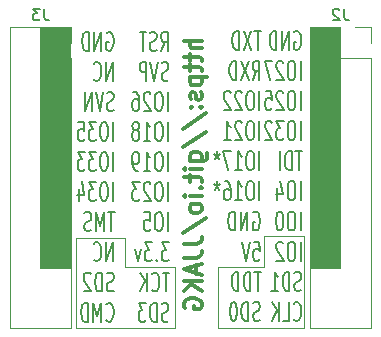
<source format=gbr>
%TF.GenerationSoftware,KiCad,Pcbnew,(5.1.6-0-10_14)*%
%TF.CreationDate,2020-08-20T11:34:32+02:00*%
%TF.ProjectId,USBCWrover,55534243-5772-46f7-9665-722e6b696361,rev?*%
%TF.SameCoordinates,Original*%
%TF.FileFunction,Legend,Bot*%
%TF.FilePolarity,Positive*%
%FSLAX46Y46*%
G04 Gerber Fmt 4.6, Leading zero omitted, Abs format (unit mm)*
G04 Created by KiCad (PCBNEW (5.1.6-0-10_14)) date 2020-08-20 11:34:32*
%MOMM*%
%LPD*%
G01*
G04 APERTURE LIST*
%ADD10C,0.120000*%
%ADD11C,0.100000*%
%ADD12C,0.150000*%
%ADD13C,0.300000*%
G04 APERTURE END LIST*
D10*
X150622000Y-130873500D02*
X150558500Y-130873500D01*
X150622000Y-123063000D02*
X150622000Y-130873500D01*
X147193000Y-123063000D02*
X150622000Y-123063000D01*
X147193000Y-125666500D02*
X147193000Y-123063000D01*
X143319500Y-125666500D02*
X147193000Y-125666500D01*
X143319500Y-130873500D02*
X143319500Y-125666500D01*
X150558500Y-130873500D02*
X143319500Y-130873500D01*
X131318000Y-123190000D02*
X131318000Y-130873500D01*
X135445500Y-123190000D02*
X131318000Y-123190000D01*
X135445500Y-125666500D02*
X135445500Y-123190000D01*
X139700000Y-125666500D02*
X135445500Y-125666500D01*
X139700000Y-130873500D02*
X139700000Y-125666500D01*
X131381500Y-130873500D02*
X139700000Y-130873500D01*
D11*
G36*
X153670000Y-125730000D02*
G01*
X151070000Y-125730000D01*
X151070000Y-105350000D01*
X153670000Y-105350000D01*
X153670000Y-125730000D01*
G37*
X153670000Y-125730000D02*
X151070000Y-125730000D01*
X151070000Y-105350000D01*
X153670000Y-105350000D01*
X153670000Y-125730000D01*
G36*
X130810000Y-125730000D02*
G01*
X128270000Y-125730000D01*
X128270000Y-105350000D01*
X130810000Y-105350000D01*
X130810000Y-125730000D01*
G37*
X130810000Y-125730000D02*
X128270000Y-125730000D01*
X128270000Y-105350000D01*
X130810000Y-105350000D01*
X130810000Y-125730000D01*
D12*
X146936761Y-105695309D02*
X146365333Y-105695309D01*
X146651047Y-107295309D02*
X146651047Y-105695309D01*
X146127238Y-105695309D02*
X145460571Y-107295309D01*
X145460571Y-105695309D02*
X146127238Y-107295309D01*
X145079619Y-107295309D02*
X145079619Y-105695309D01*
X144841523Y-105695309D01*
X144698666Y-105771500D01*
X144603428Y-105923880D01*
X144555809Y-106076261D01*
X144508190Y-106381023D01*
X144508190Y-106609595D01*
X144555809Y-106914357D01*
X144603428Y-107066738D01*
X144698666Y-107219119D01*
X144841523Y-107295309D01*
X145079619Y-107295309D01*
X146222476Y-109845309D02*
X146555809Y-109083404D01*
X146793904Y-109845309D02*
X146793904Y-108245309D01*
X146412952Y-108245309D01*
X146317714Y-108321500D01*
X146270095Y-108397690D01*
X146222476Y-108550071D01*
X146222476Y-108778642D01*
X146270095Y-108931023D01*
X146317714Y-109007214D01*
X146412952Y-109083404D01*
X146793904Y-109083404D01*
X145889142Y-108245309D02*
X145222476Y-109845309D01*
X145222476Y-108245309D02*
X145889142Y-109845309D01*
X144841523Y-109845309D02*
X144841523Y-108245309D01*
X144603428Y-108245309D01*
X144460571Y-108321500D01*
X144365333Y-108473880D01*
X144317714Y-108626261D01*
X144270095Y-108931023D01*
X144270095Y-109159595D01*
X144317714Y-109464357D01*
X144365333Y-109616738D01*
X144460571Y-109769119D01*
X144603428Y-109845309D01*
X144841523Y-109845309D01*
X146793904Y-112395309D02*
X146793904Y-110795309D01*
X146127238Y-110795309D02*
X145936761Y-110795309D01*
X145841523Y-110871500D01*
X145746285Y-111023880D01*
X145698666Y-111328642D01*
X145698666Y-111861976D01*
X145746285Y-112166738D01*
X145841523Y-112319119D01*
X145936761Y-112395309D01*
X146127238Y-112395309D01*
X146222476Y-112319119D01*
X146317714Y-112166738D01*
X146365333Y-111861976D01*
X146365333Y-111328642D01*
X146317714Y-111023880D01*
X146222476Y-110871500D01*
X146127238Y-110795309D01*
X145317714Y-110947690D02*
X145270095Y-110871500D01*
X145174857Y-110795309D01*
X144936761Y-110795309D01*
X144841523Y-110871500D01*
X144793904Y-110947690D01*
X144746285Y-111100071D01*
X144746285Y-111252452D01*
X144793904Y-111481023D01*
X145365333Y-112395309D01*
X144746285Y-112395309D01*
X144365333Y-110947690D02*
X144317714Y-110871500D01*
X144222476Y-110795309D01*
X143984380Y-110795309D01*
X143889142Y-110871500D01*
X143841523Y-110947690D01*
X143793904Y-111100071D01*
X143793904Y-111252452D01*
X143841523Y-111481023D01*
X144412952Y-112395309D01*
X143793904Y-112395309D01*
X146793904Y-114945309D02*
X146793904Y-113345309D01*
X146127238Y-113345309D02*
X145936761Y-113345309D01*
X145841523Y-113421500D01*
X145746285Y-113573880D01*
X145698666Y-113878642D01*
X145698666Y-114411976D01*
X145746285Y-114716738D01*
X145841523Y-114869119D01*
X145936761Y-114945309D01*
X146127238Y-114945309D01*
X146222476Y-114869119D01*
X146317714Y-114716738D01*
X146365333Y-114411976D01*
X146365333Y-113878642D01*
X146317714Y-113573880D01*
X146222476Y-113421500D01*
X146127238Y-113345309D01*
X145317714Y-113497690D02*
X145270095Y-113421500D01*
X145174857Y-113345309D01*
X144936761Y-113345309D01*
X144841523Y-113421500D01*
X144793904Y-113497690D01*
X144746285Y-113650071D01*
X144746285Y-113802452D01*
X144793904Y-114031023D01*
X145365333Y-114945309D01*
X144746285Y-114945309D01*
X143793904Y-114945309D02*
X144365333Y-114945309D01*
X144079619Y-114945309D02*
X144079619Y-113345309D01*
X144174857Y-113573880D01*
X144270095Y-113726261D01*
X144365333Y-113802452D01*
X146793904Y-117495309D02*
X146793904Y-115895309D01*
X146127238Y-115895309D02*
X145936761Y-115895309D01*
X145841523Y-115971500D01*
X145746285Y-116123880D01*
X145698666Y-116428642D01*
X145698666Y-116961976D01*
X145746285Y-117266738D01*
X145841523Y-117419119D01*
X145936761Y-117495309D01*
X146127238Y-117495309D01*
X146222476Y-117419119D01*
X146317714Y-117266738D01*
X146365333Y-116961976D01*
X146365333Y-116428642D01*
X146317714Y-116123880D01*
X146222476Y-115971500D01*
X146127238Y-115895309D01*
X144746285Y-117495309D02*
X145317714Y-117495309D01*
X145032000Y-117495309D02*
X145032000Y-115895309D01*
X145127238Y-116123880D01*
X145222476Y-116276261D01*
X145317714Y-116352452D01*
X144412952Y-115895309D02*
X143746285Y-115895309D01*
X144174857Y-117495309D01*
X143222476Y-115895309D02*
X143222476Y-116276261D01*
X143460571Y-116123880D02*
X143222476Y-116276261D01*
X142984380Y-116123880D01*
X143365333Y-116581023D02*
X143222476Y-116276261D01*
X143079619Y-116581023D01*
X146793904Y-120045309D02*
X146793904Y-118445309D01*
X146127238Y-118445309D02*
X145936761Y-118445309D01*
X145841523Y-118521500D01*
X145746285Y-118673880D01*
X145698666Y-118978642D01*
X145698666Y-119511976D01*
X145746285Y-119816738D01*
X145841523Y-119969119D01*
X145936761Y-120045309D01*
X146127238Y-120045309D01*
X146222476Y-119969119D01*
X146317714Y-119816738D01*
X146365333Y-119511976D01*
X146365333Y-118978642D01*
X146317714Y-118673880D01*
X146222476Y-118521500D01*
X146127238Y-118445309D01*
X144746285Y-120045309D02*
X145317714Y-120045309D01*
X145032000Y-120045309D02*
X145032000Y-118445309D01*
X145127238Y-118673880D01*
X145222476Y-118826261D01*
X145317714Y-118902452D01*
X143889142Y-118445309D02*
X144079619Y-118445309D01*
X144174857Y-118521500D01*
X144222476Y-118597690D01*
X144317714Y-118826261D01*
X144365333Y-119131023D01*
X144365333Y-119740547D01*
X144317714Y-119892928D01*
X144270095Y-119969119D01*
X144174857Y-120045309D01*
X143984380Y-120045309D01*
X143889142Y-119969119D01*
X143841523Y-119892928D01*
X143793904Y-119740547D01*
X143793904Y-119359595D01*
X143841523Y-119207214D01*
X143889142Y-119131023D01*
X143984380Y-119054833D01*
X144174857Y-119054833D01*
X144270095Y-119131023D01*
X144317714Y-119207214D01*
X144365333Y-119359595D01*
X143222476Y-118445309D02*
X143222476Y-118826261D01*
X143460571Y-118673880D02*
X143222476Y-118826261D01*
X142984380Y-118673880D01*
X143365333Y-119131023D02*
X143222476Y-118826261D01*
X143079619Y-119131023D01*
X146270095Y-121071500D02*
X146365333Y-120995309D01*
X146508190Y-120995309D01*
X146651047Y-121071500D01*
X146746285Y-121223880D01*
X146793904Y-121376261D01*
X146841523Y-121681023D01*
X146841523Y-121909595D01*
X146793904Y-122214357D01*
X146746285Y-122366738D01*
X146651047Y-122519119D01*
X146508190Y-122595309D01*
X146412952Y-122595309D01*
X146270095Y-122519119D01*
X146222476Y-122442928D01*
X146222476Y-121909595D01*
X146412952Y-121909595D01*
X145793904Y-122595309D02*
X145793904Y-120995309D01*
X145222476Y-122595309D01*
X145222476Y-120995309D01*
X144746285Y-122595309D02*
X144746285Y-120995309D01*
X144508190Y-120995309D01*
X144365333Y-121071500D01*
X144270095Y-121223880D01*
X144222476Y-121376261D01*
X144174857Y-121681023D01*
X144174857Y-121909595D01*
X144222476Y-122214357D01*
X144270095Y-122366738D01*
X144365333Y-122519119D01*
X144508190Y-122595309D01*
X144746285Y-122595309D01*
X146317714Y-123545309D02*
X146793904Y-123545309D01*
X146841523Y-124307214D01*
X146793904Y-124231023D01*
X146698666Y-124154833D01*
X146460571Y-124154833D01*
X146365333Y-124231023D01*
X146317714Y-124307214D01*
X146270095Y-124459595D01*
X146270095Y-124840547D01*
X146317714Y-124992928D01*
X146365333Y-125069119D01*
X146460571Y-125145309D01*
X146698666Y-125145309D01*
X146793904Y-125069119D01*
X146841523Y-124992928D01*
X145984380Y-123545309D02*
X145651047Y-125145309D01*
X145317714Y-123545309D01*
X146936761Y-126095309D02*
X146365333Y-126095309D01*
X146651047Y-127695309D02*
X146651047Y-126095309D01*
X146032000Y-127695309D02*
X146032000Y-126095309D01*
X145793904Y-126095309D01*
X145651047Y-126171500D01*
X145555809Y-126323880D01*
X145508190Y-126476261D01*
X145460571Y-126781023D01*
X145460571Y-127009595D01*
X145508190Y-127314357D01*
X145555809Y-127466738D01*
X145651047Y-127619119D01*
X145793904Y-127695309D01*
X146032000Y-127695309D01*
X145032000Y-127695309D02*
X145032000Y-126095309D01*
X144793904Y-126095309D01*
X144651047Y-126171500D01*
X144555809Y-126323880D01*
X144508190Y-126476261D01*
X144460571Y-126781023D01*
X144460571Y-127009595D01*
X144508190Y-127314357D01*
X144555809Y-127466738D01*
X144651047Y-127619119D01*
X144793904Y-127695309D01*
X145032000Y-127695309D01*
X146841523Y-130169119D02*
X146698666Y-130245309D01*
X146460571Y-130245309D01*
X146365333Y-130169119D01*
X146317714Y-130092928D01*
X146270095Y-129940547D01*
X146270095Y-129788166D01*
X146317714Y-129635785D01*
X146365333Y-129559595D01*
X146460571Y-129483404D01*
X146651047Y-129407214D01*
X146746285Y-129331023D01*
X146793904Y-129254833D01*
X146841523Y-129102452D01*
X146841523Y-128950071D01*
X146793904Y-128797690D01*
X146746285Y-128721500D01*
X146651047Y-128645309D01*
X146412952Y-128645309D01*
X146270095Y-128721500D01*
X145841523Y-130245309D02*
X145841523Y-128645309D01*
X145603428Y-128645309D01*
X145460571Y-128721500D01*
X145365333Y-128873880D01*
X145317714Y-129026261D01*
X145270095Y-129331023D01*
X145270095Y-129559595D01*
X145317714Y-129864357D01*
X145365333Y-130016738D01*
X145460571Y-130169119D01*
X145603428Y-130245309D01*
X145841523Y-130245309D01*
X144651047Y-128645309D02*
X144555809Y-128645309D01*
X144460571Y-128721500D01*
X144412952Y-128797690D01*
X144365333Y-128950071D01*
X144317714Y-129254833D01*
X144317714Y-129635785D01*
X144365333Y-129940547D01*
X144412952Y-130092928D01*
X144460571Y-130169119D01*
X144555809Y-130245309D01*
X144651047Y-130245309D01*
X144746285Y-130169119D01*
X144793904Y-130092928D01*
X144841523Y-129940547D01*
X144889142Y-129635785D01*
X144889142Y-129254833D01*
X144841523Y-128950071D01*
X144793904Y-128797690D01*
X144746285Y-128721500D01*
X144651047Y-128645309D01*
X149762595Y-105771500D02*
X149857833Y-105695309D01*
X150000690Y-105695309D01*
X150143547Y-105771500D01*
X150238785Y-105923880D01*
X150286404Y-106076261D01*
X150334023Y-106381023D01*
X150334023Y-106609595D01*
X150286404Y-106914357D01*
X150238785Y-107066738D01*
X150143547Y-107219119D01*
X150000690Y-107295309D01*
X149905452Y-107295309D01*
X149762595Y-107219119D01*
X149714976Y-107142928D01*
X149714976Y-106609595D01*
X149905452Y-106609595D01*
X149286404Y-107295309D02*
X149286404Y-105695309D01*
X148714976Y-107295309D01*
X148714976Y-105695309D01*
X148238785Y-107295309D02*
X148238785Y-105695309D01*
X148000690Y-105695309D01*
X147857833Y-105771500D01*
X147762595Y-105923880D01*
X147714976Y-106076261D01*
X147667357Y-106381023D01*
X147667357Y-106609595D01*
X147714976Y-106914357D01*
X147762595Y-107066738D01*
X147857833Y-107219119D01*
X148000690Y-107295309D01*
X148238785Y-107295309D01*
X150286404Y-109845309D02*
X150286404Y-108245309D01*
X149619738Y-108245309D02*
X149429261Y-108245309D01*
X149334023Y-108321500D01*
X149238785Y-108473880D01*
X149191166Y-108778642D01*
X149191166Y-109311976D01*
X149238785Y-109616738D01*
X149334023Y-109769119D01*
X149429261Y-109845309D01*
X149619738Y-109845309D01*
X149714976Y-109769119D01*
X149810214Y-109616738D01*
X149857833Y-109311976D01*
X149857833Y-108778642D01*
X149810214Y-108473880D01*
X149714976Y-108321500D01*
X149619738Y-108245309D01*
X148810214Y-108397690D02*
X148762595Y-108321500D01*
X148667357Y-108245309D01*
X148429261Y-108245309D01*
X148334023Y-108321500D01*
X148286404Y-108397690D01*
X148238785Y-108550071D01*
X148238785Y-108702452D01*
X148286404Y-108931023D01*
X148857833Y-109845309D01*
X148238785Y-109845309D01*
X147905452Y-108245309D02*
X147238785Y-108245309D01*
X147667357Y-109845309D01*
X150286404Y-112395309D02*
X150286404Y-110795309D01*
X149619738Y-110795309D02*
X149429261Y-110795309D01*
X149334023Y-110871500D01*
X149238785Y-111023880D01*
X149191166Y-111328642D01*
X149191166Y-111861976D01*
X149238785Y-112166738D01*
X149334023Y-112319119D01*
X149429261Y-112395309D01*
X149619738Y-112395309D01*
X149714976Y-112319119D01*
X149810214Y-112166738D01*
X149857833Y-111861976D01*
X149857833Y-111328642D01*
X149810214Y-111023880D01*
X149714976Y-110871500D01*
X149619738Y-110795309D01*
X148810214Y-110947690D02*
X148762595Y-110871500D01*
X148667357Y-110795309D01*
X148429261Y-110795309D01*
X148334023Y-110871500D01*
X148286404Y-110947690D01*
X148238785Y-111100071D01*
X148238785Y-111252452D01*
X148286404Y-111481023D01*
X148857833Y-112395309D01*
X148238785Y-112395309D01*
X147334023Y-110795309D02*
X147810214Y-110795309D01*
X147857833Y-111557214D01*
X147810214Y-111481023D01*
X147714976Y-111404833D01*
X147476880Y-111404833D01*
X147381642Y-111481023D01*
X147334023Y-111557214D01*
X147286404Y-111709595D01*
X147286404Y-112090547D01*
X147334023Y-112242928D01*
X147381642Y-112319119D01*
X147476880Y-112395309D01*
X147714976Y-112395309D01*
X147810214Y-112319119D01*
X147857833Y-112242928D01*
X150286404Y-114945309D02*
X150286404Y-113345309D01*
X149619738Y-113345309D02*
X149429261Y-113345309D01*
X149334023Y-113421500D01*
X149238785Y-113573880D01*
X149191166Y-113878642D01*
X149191166Y-114411976D01*
X149238785Y-114716738D01*
X149334023Y-114869119D01*
X149429261Y-114945309D01*
X149619738Y-114945309D01*
X149714976Y-114869119D01*
X149810214Y-114716738D01*
X149857833Y-114411976D01*
X149857833Y-113878642D01*
X149810214Y-113573880D01*
X149714976Y-113421500D01*
X149619738Y-113345309D01*
X148857833Y-113345309D02*
X148238785Y-113345309D01*
X148572119Y-113954833D01*
X148429261Y-113954833D01*
X148334023Y-114031023D01*
X148286404Y-114107214D01*
X148238785Y-114259595D01*
X148238785Y-114640547D01*
X148286404Y-114792928D01*
X148334023Y-114869119D01*
X148429261Y-114945309D01*
X148714976Y-114945309D01*
X148810214Y-114869119D01*
X148857833Y-114792928D01*
X147857833Y-113497690D02*
X147810214Y-113421500D01*
X147714976Y-113345309D01*
X147476880Y-113345309D01*
X147381642Y-113421500D01*
X147334023Y-113497690D01*
X147286404Y-113650071D01*
X147286404Y-113802452D01*
X147334023Y-114031023D01*
X147905452Y-114945309D01*
X147286404Y-114945309D01*
X150429261Y-115895309D02*
X149857833Y-115895309D01*
X150143547Y-117495309D02*
X150143547Y-115895309D01*
X149524500Y-117495309D02*
X149524500Y-115895309D01*
X149286404Y-115895309D01*
X149143547Y-115971500D01*
X149048309Y-116123880D01*
X149000690Y-116276261D01*
X148953071Y-116581023D01*
X148953071Y-116809595D01*
X149000690Y-117114357D01*
X149048309Y-117266738D01*
X149143547Y-117419119D01*
X149286404Y-117495309D01*
X149524500Y-117495309D01*
X148524500Y-117495309D02*
X148524500Y-115895309D01*
X150286404Y-120045309D02*
X150286404Y-118445309D01*
X149619738Y-118445309D02*
X149429261Y-118445309D01*
X149334023Y-118521500D01*
X149238785Y-118673880D01*
X149191166Y-118978642D01*
X149191166Y-119511976D01*
X149238785Y-119816738D01*
X149334023Y-119969119D01*
X149429261Y-120045309D01*
X149619738Y-120045309D01*
X149714976Y-119969119D01*
X149810214Y-119816738D01*
X149857833Y-119511976D01*
X149857833Y-118978642D01*
X149810214Y-118673880D01*
X149714976Y-118521500D01*
X149619738Y-118445309D01*
X148334023Y-118978642D02*
X148334023Y-120045309D01*
X148572119Y-118369119D02*
X148810214Y-119511976D01*
X148191166Y-119511976D01*
X150286404Y-122595309D02*
X150286404Y-120995309D01*
X149619738Y-120995309D02*
X149429261Y-120995309D01*
X149334023Y-121071500D01*
X149238785Y-121223880D01*
X149191166Y-121528642D01*
X149191166Y-122061976D01*
X149238785Y-122366738D01*
X149334023Y-122519119D01*
X149429261Y-122595309D01*
X149619738Y-122595309D01*
X149714976Y-122519119D01*
X149810214Y-122366738D01*
X149857833Y-122061976D01*
X149857833Y-121528642D01*
X149810214Y-121223880D01*
X149714976Y-121071500D01*
X149619738Y-120995309D01*
X148572119Y-120995309D02*
X148476880Y-120995309D01*
X148381642Y-121071500D01*
X148334023Y-121147690D01*
X148286404Y-121300071D01*
X148238785Y-121604833D01*
X148238785Y-121985785D01*
X148286404Y-122290547D01*
X148334023Y-122442928D01*
X148381642Y-122519119D01*
X148476880Y-122595309D01*
X148572119Y-122595309D01*
X148667357Y-122519119D01*
X148714976Y-122442928D01*
X148762595Y-122290547D01*
X148810214Y-121985785D01*
X148810214Y-121604833D01*
X148762595Y-121300071D01*
X148714976Y-121147690D01*
X148667357Y-121071500D01*
X148572119Y-120995309D01*
X150286404Y-125145309D02*
X150286404Y-123545309D01*
X149619738Y-123545309D02*
X149429261Y-123545309D01*
X149334023Y-123621500D01*
X149238785Y-123773880D01*
X149191166Y-124078642D01*
X149191166Y-124611976D01*
X149238785Y-124916738D01*
X149334023Y-125069119D01*
X149429261Y-125145309D01*
X149619738Y-125145309D01*
X149714976Y-125069119D01*
X149810214Y-124916738D01*
X149857833Y-124611976D01*
X149857833Y-124078642D01*
X149810214Y-123773880D01*
X149714976Y-123621500D01*
X149619738Y-123545309D01*
X148810214Y-123697690D02*
X148762595Y-123621500D01*
X148667357Y-123545309D01*
X148429261Y-123545309D01*
X148334023Y-123621500D01*
X148286404Y-123697690D01*
X148238785Y-123850071D01*
X148238785Y-124002452D01*
X148286404Y-124231023D01*
X148857833Y-125145309D01*
X148238785Y-125145309D01*
X150334023Y-127619119D02*
X150191166Y-127695309D01*
X149953071Y-127695309D01*
X149857833Y-127619119D01*
X149810214Y-127542928D01*
X149762595Y-127390547D01*
X149762595Y-127238166D01*
X149810214Y-127085785D01*
X149857833Y-127009595D01*
X149953071Y-126933404D01*
X150143547Y-126857214D01*
X150238785Y-126781023D01*
X150286404Y-126704833D01*
X150334023Y-126552452D01*
X150334023Y-126400071D01*
X150286404Y-126247690D01*
X150238785Y-126171500D01*
X150143547Y-126095309D01*
X149905452Y-126095309D01*
X149762595Y-126171500D01*
X149334023Y-127695309D02*
X149334023Y-126095309D01*
X149095928Y-126095309D01*
X148953071Y-126171500D01*
X148857833Y-126323880D01*
X148810214Y-126476261D01*
X148762595Y-126781023D01*
X148762595Y-127009595D01*
X148810214Y-127314357D01*
X148857833Y-127466738D01*
X148953071Y-127619119D01*
X149095928Y-127695309D01*
X149334023Y-127695309D01*
X147810214Y-127695309D02*
X148381642Y-127695309D01*
X148095928Y-127695309D02*
X148095928Y-126095309D01*
X148191166Y-126323880D01*
X148286404Y-126476261D01*
X148381642Y-126552452D01*
X149714976Y-130092928D02*
X149762595Y-130169119D01*
X149905452Y-130245309D01*
X150000690Y-130245309D01*
X150143547Y-130169119D01*
X150238785Y-130016738D01*
X150286404Y-129864357D01*
X150334023Y-129559595D01*
X150334023Y-129331023D01*
X150286404Y-129026261D01*
X150238785Y-128873880D01*
X150143547Y-128721500D01*
X150000690Y-128645309D01*
X149905452Y-128645309D01*
X149762595Y-128721500D01*
X149714976Y-128797690D01*
X148810214Y-130245309D02*
X149286404Y-130245309D01*
X149286404Y-128645309D01*
X148476880Y-130245309D02*
X148476880Y-128645309D01*
X147905452Y-130245309D02*
X148334023Y-129331023D01*
X147905452Y-128645309D02*
X148476880Y-129559595D01*
X133887595Y-105835000D02*
X133982833Y-105758809D01*
X134125690Y-105758809D01*
X134268547Y-105835000D01*
X134363785Y-105987380D01*
X134411404Y-106139761D01*
X134459023Y-106444523D01*
X134459023Y-106673095D01*
X134411404Y-106977857D01*
X134363785Y-107130238D01*
X134268547Y-107282619D01*
X134125690Y-107358809D01*
X134030452Y-107358809D01*
X133887595Y-107282619D01*
X133839976Y-107206428D01*
X133839976Y-106673095D01*
X134030452Y-106673095D01*
X133411404Y-107358809D02*
X133411404Y-105758809D01*
X132839976Y-107358809D01*
X132839976Y-105758809D01*
X132363785Y-107358809D02*
X132363785Y-105758809D01*
X132125690Y-105758809D01*
X131982833Y-105835000D01*
X131887595Y-105987380D01*
X131839976Y-106139761D01*
X131792357Y-106444523D01*
X131792357Y-106673095D01*
X131839976Y-106977857D01*
X131887595Y-107130238D01*
X131982833Y-107282619D01*
X132125690Y-107358809D01*
X132363785Y-107358809D01*
X134411404Y-109908809D02*
X134411404Y-108308809D01*
X133839976Y-109908809D01*
X133839976Y-108308809D01*
X132792357Y-109756428D02*
X132839976Y-109832619D01*
X132982833Y-109908809D01*
X133078071Y-109908809D01*
X133220928Y-109832619D01*
X133316166Y-109680238D01*
X133363785Y-109527857D01*
X133411404Y-109223095D01*
X133411404Y-108994523D01*
X133363785Y-108689761D01*
X133316166Y-108537380D01*
X133220928Y-108385000D01*
X133078071Y-108308809D01*
X132982833Y-108308809D01*
X132839976Y-108385000D01*
X132792357Y-108461190D01*
X134459023Y-112382619D02*
X134316166Y-112458809D01*
X134078071Y-112458809D01*
X133982833Y-112382619D01*
X133935214Y-112306428D01*
X133887595Y-112154047D01*
X133887595Y-112001666D01*
X133935214Y-111849285D01*
X133982833Y-111773095D01*
X134078071Y-111696904D01*
X134268547Y-111620714D01*
X134363785Y-111544523D01*
X134411404Y-111468333D01*
X134459023Y-111315952D01*
X134459023Y-111163571D01*
X134411404Y-111011190D01*
X134363785Y-110935000D01*
X134268547Y-110858809D01*
X134030452Y-110858809D01*
X133887595Y-110935000D01*
X133601880Y-110858809D02*
X133268547Y-112458809D01*
X132935214Y-110858809D01*
X132601880Y-112458809D02*
X132601880Y-110858809D01*
X132030452Y-112458809D01*
X132030452Y-110858809D01*
X134411404Y-115008809D02*
X134411404Y-113408809D01*
X133744738Y-113408809D02*
X133554261Y-113408809D01*
X133459023Y-113485000D01*
X133363785Y-113637380D01*
X133316166Y-113942142D01*
X133316166Y-114475476D01*
X133363785Y-114780238D01*
X133459023Y-114932619D01*
X133554261Y-115008809D01*
X133744738Y-115008809D01*
X133839976Y-114932619D01*
X133935214Y-114780238D01*
X133982833Y-114475476D01*
X133982833Y-113942142D01*
X133935214Y-113637380D01*
X133839976Y-113485000D01*
X133744738Y-113408809D01*
X132982833Y-113408809D02*
X132363785Y-113408809D01*
X132697119Y-114018333D01*
X132554261Y-114018333D01*
X132459023Y-114094523D01*
X132411404Y-114170714D01*
X132363785Y-114323095D01*
X132363785Y-114704047D01*
X132411404Y-114856428D01*
X132459023Y-114932619D01*
X132554261Y-115008809D01*
X132839976Y-115008809D01*
X132935214Y-114932619D01*
X132982833Y-114856428D01*
X131459023Y-113408809D02*
X131935214Y-113408809D01*
X131982833Y-114170714D01*
X131935214Y-114094523D01*
X131839976Y-114018333D01*
X131601880Y-114018333D01*
X131506642Y-114094523D01*
X131459023Y-114170714D01*
X131411404Y-114323095D01*
X131411404Y-114704047D01*
X131459023Y-114856428D01*
X131506642Y-114932619D01*
X131601880Y-115008809D01*
X131839976Y-115008809D01*
X131935214Y-114932619D01*
X131982833Y-114856428D01*
X134411404Y-117558809D02*
X134411404Y-115958809D01*
X133744738Y-115958809D02*
X133554261Y-115958809D01*
X133459023Y-116035000D01*
X133363785Y-116187380D01*
X133316166Y-116492142D01*
X133316166Y-117025476D01*
X133363785Y-117330238D01*
X133459023Y-117482619D01*
X133554261Y-117558809D01*
X133744738Y-117558809D01*
X133839976Y-117482619D01*
X133935214Y-117330238D01*
X133982833Y-117025476D01*
X133982833Y-116492142D01*
X133935214Y-116187380D01*
X133839976Y-116035000D01*
X133744738Y-115958809D01*
X132982833Y-115958809D02*
X132363785Y-115958809D01*
X132697119Y-116568333D01*
X132554261Y-116568333D01*
X132459023Y-116644523D01*
X132411404Y-116720714D01*
X132363785Y-116873095D01*
X132363785Y-117254047D01*
X132411404Y-117406428D01*
X132459023Y-117482619D01*
X132554261Y-117558809D01*
X132839976Y-117558809D01*
X132935214Y-117482619D01*
X132982833Y-117406428D01*
X132030452Y-115958809D02*
X131411404Y-115958809D01*
X131744738Y-116568333D01*
X131601880Y-116568333D01*
X131506642Y-116644523D01*
X131459023Y-116720714D01*
X131411404Y-116873095D01*
X131411404Y-117254047D01*
X131459023Y-117406428D01*
X131506642Y-117482619D01*
X131601880Y-117558809D01*
X131887595Y-117558809D01*
X131982833Y-117482619D01*
X132030452Y-117406428D01*
X134411404Y-120108809D02*
X134411404Y-118508809D01*
X133744738Y-118508809D02*
X133554261Y-118508809D01*
X133459023Y-118585000D01*
X133363785Y-118737380D01*
X133316166Y-119042142D01*
X133316166Y-119575476D01*
X133363785Y-119880238D01*
X133459023Y-120032619D01*
X133554261Y-120108809D01*
X133744738Y-120108809D01*
X133839976Y-120032619D01*
X133935214Y-119880238D01*
X133982833Y-119575476D01*
X133982833Y-119042142D01*
X133935214Y-118737380D01*
X133839976Y-118585000D01*
X133744738Y-118508809D01*
X132982833Y-118508809D02*
X132363785Y-118508809D01*
X132697119Y-119118333D01*
X132554261Y-119118333D01*
X132459023Y-119194523D01*
X132411404Y-119270714D01*
X132363785Y-119423095D01*
X132363785Y-119804047D01*
X132411404Y-119956428D01*
X132459023Y-120032619D01*
X132554261Y-120108809D01*
X132839976Y-120108809D01*
X132935214Y-120032619D01*
X132982833Y-119956428D01*
X131506642Y-119042142D02*
X131506642Y-120108809D01*
X131744738Y-118432619D02*
X131982833Y-119575476D01*
X131363785Y-119575476D01*
X134554261Y-121058809D02*
X133982833Y-121058809D01*
X134268547Y-122658809D02*
X134268547Y-121058809D01*
X133649500Y-122658809D02*
X133649500Y-121058809D01*
X133316166Y-122201666D01*
X132982833Y-121058809D01*
X132982833Y-122658809D01*
X132554261Y-122582619D02*
X132411404Y-122658809D01*
X132173309Y-122658809D01*
X132078071Y-122582619D01*
X132030452Y-122506428D01*
X131982833Y-122354047D01*
X131982833Y-122201666D01*
X132030452Y-122049285D01*
X132078071Y-121973095D01*
X132173309Y-121896904D01*
X132363785Y-121820714D01*
X132459023Y-121744523D01*
X132506642Y-121668333D01*
X132554261Y-121515952D01*
X132554261Y-121363571D01*
X132506642Y-121211190D01*
X132459023Y-121135000D01*
X132363785Y-121058809D01*
X132125690Y-121058809D01*
X131982833Y-121135000D01*
X134411404Y-125208809D02*
X134411404Y-123608809D01*
X133839976Y-125208809D01*
X133839976Y-123608809D01*
X132792357Y-125056428D02*
X132839976Y-125132619D01*
X132982833Y-125208809D01*
X133078071Y-125208809D01*
X133220928Y-125132619D01*
X133316166Y-124980238D01*
X133363785Y-124827857D01*
X133411404Y-124523095D01*
X133411404Y-124294523D01*
X133363785Y-123989761D01*
X133316166Y-123837380D01*
X133220928Y-123685000D01*
X133078071Y-123608809D01*
X132982833Y-123608809D01*
X132839976Y-123685000D01*
X132792357Y-123761190D01*
X134459023Y-127682619D02*
X134316166Y-127758809D01*
X134078071Y-127758809D01*
X133982833Y-127682619D01*
X133935214Y-127606428D01*
X133887595Y-127454047D01*
X133887595Y-127301666D01*
X133935214Y-127149285D01*
X133982833Y-127073095D01*
X134078071Y-126996904D01*
X134268547Y-126920714D01*
X134363785Y-126844523D01*
X134411404Y-126768333D01*
X134459023Y-126615952D01*
X134459023Y-126463571D01*
X134411404Y-126311190D01*
X134363785Y-126235000D01*
X134268547Y-126158809D01*
X134030452Y-126158809D01*
X133887595Y-126235000D01*
X133459023Y-127758809D02*
X133459023Y-126158809D01*
X133220928Y-126158809D01*
X133078071Y-126235000D01*
X132982833Y-126387380D01*
X132935214Y-126539761D01*
X132887595Y-126844523D01*
X132887595Y-127073095D01*
X132935214Y-127377857D01*
X132982833Y-127530238D01*
X133078071Y-127682619D01*
X133220928Y-127758809D01*
X133459023Y-127758809D01*
X132506642Y-126311190D02*
X132459023Y-126235000D01*
X132363785Y-126158809D01*
X132125690Y-126158809D01*
X132030452Y-126235000D01*
X131982833Y-126311190D01*
X131935214Y-126463571D01*
X131935214Y-126615952D01*
X131982833Y-126844523D01*
X132554261Y-127758809D01*
X131935214Y-127758809D01*
X133839976Y-130156428D02*
X133887595Y-130232619D01*
X134030452Y-130308809D01*
X134125690Y-130308809D01*
X134268547Y-130232619D01*
X134363785Y-130080238D01*
X134411404Y-129927857D01*
X134459023Y-129623095D01*
X134459023Y-129394523D01*
X134411404Y-129089761D01*
X134363785Y-128937380D01*
X134268547Y-128785000D01*
X134125690Y-128708809D01*
X134030452Y-128708809D01*
X133887595Y-128785000D01*
X133839976Y-128861190D01*
X133411404Y-130308809D02*
X133411404Y-128708809D01*
X133078071Y-129851666D01*
X132744738Y-128708809D01*
X132744738Y-130308809D01*
X132268547Y-130308809D02*
X132268547Y-128708809D01*
X132030452Y-128708809D01*
X131887595Y-128785000D01*
X131792357Y-128937380D01*
X131744738Y-129089761D01*
X131697119Y-129394523D01*
X131697119Y-129623095D01*
X131744738Y-129927857D01*
X131792357Y-130080238D01*
X131887595Y-130232619D01*
X132030452Y-130308809D01*
X132268547Y-130308809D01*
X138475476Y-107358809D02*
X138808809Y-106596904D01*
X139046904Y-107358809D02*
X139046904Y-105758809D01*
X138665952Y-105758809D01*
X138570714Y-105835000D01*
X138523095Y-105911190D01*
X138475476Y-106063571D01*
X138475476Y-106292142D01*
X138523095Y-106444523D01*
X138570714Y-106520714D01*
X138665952Y-106596904D01*
X139046904Y-106596904D01*
X138094523Y-107282619D02*
X137951666Y-107358809D01*
X137713571Y-107358809D01*
X137618333Y-107282619D01*
X137570714Y-107206428D01*
X137523095Y-107054047D01*
X137523095Y-106901666D01*
X137570714Y-106749285D01*
X137618333Y-106673095D01*
X137713571Y-106596904D01*
X137904047Y-106520714D01*
X137999285Y-106444523D01*
X138046904Y-106368333D01*
X138094523Y-106215952D01*
X138094523Y-106063571D01*
X138046904Y-105911190D01*
X137999285Y-105835000D01*
X137904047Y-105758809D01*
X137665952Y-105758809D01*
X137523095Y-105835000D01*
X137237380Y-105758809D02*
X136665952Y-105758809D01*
X136951666Y-107358809D02*
X136951666Y-105758809D01*
X139094523Y-109832619D02*
X138951666Y-109908809D01*
X138713571Y-109908809D01*
X138618333Y-109832619D01*
X138570714Y-109756428D01*
X138523095Y-109604047D01*
X138523095Y-109451666D01*
X138570714Y-109299285D01*
X138618333Y-109223095D01*
X138713571Y-109146904D01*
X138904047Y-109070714D01*
X138999285Y-108994523D01*
X139046904Y-108918333D01*
X139094523Y-108765952D01*
X139094523Y-108613571D01*
X139046904Y-108461190D01*
X138999285Y-108385000D01*
X138904047Y-108308809D01*
X138665952Y-108308809D01*
X138523095Y-108385000D01*
X138237380Y-108308809D02*
X137904047Y-109908809D01*
X137570714Y-108308809D01*
X137237380Y-109908809D02*
X137237380Y-108308809D01*
X136856428Y-108308809D01*
X136761190Y-108385000D01*
X136713571Y-108461190D01*
X136665952Y-108613571D01*
X136665952Y-108842142D01*
X136713571Y-108994523D01*
X136761190Y-109070714D01*
X136856428Y-109146904D01*
X137237380Y-109146904D01*
X139046904Y-112458809D02*
X139046904Y-110858809D01*
X138380238Y-110858809D02*
X138189761Y-110858809D01*
X138094523Y-110935000D01*
X137999285Y-111087380D01*
X137951666Y-111392142D01*
X137951666Y-111925476D01*
X137999285Y-112230238D01*
X138094523Y-112382619D01*
X138189761Y-112458809D01*
X138380238Y-112458809D01*
X138475476Y-112382619D01*
X138570714Y-112230238D01*
X138618333Y-111925476D01*
X138618333Y-111392142D01*
X138570714Y-111087380D01*
X138475476Y-110935000D01*
X138380238Y-110858809D01*
X137570714Y-111011190D02*
X137523095Y-110935000D01*
X137427857Y-110858809D01*
X137189761Y-110858809D01*
X137094523Y-110935000D01*
X137046904Y-111011190D01*
X136999285Y-111163571D01*
X136999285Y-111315952D01*
X137046904Y-111544523D01*
X137618333Y-112458809D01*
X136999285Y-112458809D01*
X136142142Y-110858809D02*
X136332619Y-110858809D01*
X136427857Y-110935000D01*
X136475476Y-111011190D01*
X136570714Y-111239761D01*
X136618333Y-111544523D01*
X136618333Y-112154047D01*
X136570714Y-112306428D01*
X136523095Y-112382619D01*
X136427857Y-112458809D01*
X136237380Y-112458809D01*
X136142142Y-112382619D01*
X136094523Y-112306428D01*
X136046904Y-112154047D01*
X136046904Y-111773095D01*
X136094523Y-111620714D01*
X136142142Y-111544523D01*
X136237380Y-111468333D01*
X136427857Y-111468333D01*
X136523095Y-111544523D01*
X136570714Y-111620714D01*
X136618333Y-111773095D01*
X139046904Y-115008809D02*
X139046904Y-113408809D01*
X138380238Y-113408809D02*
X138189761Y-113408809D01*
X138094523Y-113485000D01*
X137999285Y-113637380D01*
X137951666Y-113942142D01*
X137951666Y-114475476D01*
X137999285Y-114780238D01*
X138094523Y-114932619D01*
X138189761Y-115008809D01*
X138380238Y-115008809D01*
X138475476Y-114932619D01*
X138570714Y-114780238D01*
X138618333Y-114475476D01*
X138618333Y-113942142D01*
X138570714Y-113637380D01*
X138475476Y-113485000D01*
X138380238Y-113408809D01*
X136999285Y-115008809D02*
X137570714Y-115008809D01*
X137285000Y-115008809D02*
X137285000Y-113408809D01*
X137380238Y-113637380D01*
X137475476Y-113789761D01*
X137570714Y-113865952D01*
X136427857Y-114094523D02*
X136523095Y-114018333D01*
X136570714Y-113942142D01*
X136618333Y-113789761D01*
X136618333Y-113713571D01*
X136570714Y-113561190D01*
X136523095Y-113485000D01*
X136427857Y-113408809D01*
X136237380Y-113408809D01*
X136142142Y-113485000D01*
X136094523Y-113561190D01*
X136046904Y-113713571D01*
X136046904Y-113789761D01*
X136094523Y-113942142D01*
X136142142Y-114018333D01*
X136237380Y-114094523D01*
X136427857Y-114094523D01*
X136523095Y-114170714D01*
X136570714Y-114246904D01*
X136618333Y-114399285D01*
X136618333Y-114704047D01*
X136570714Y-114856428D01*
X136523095Y-114932619D01*
X136427857Y-115008809D01*
X136237380Y-115008809D01*
X136142142Y-114932619D01*
X136094523Y-114856428D01*
X136046904Y-114704047D01*
X136046904Y-114399285D01*
X136094523Y-114246904D01*
X136142142Y-114170714D01*
X136237380Y-114094523D01*
X139046904Y-117558809D02*
X139046904Y-115958809D01*
X138380238Y-115958809D02*
X138189761Y-115958809D01*
X138094523Y-116035000D01*
X137999285Y-116187380D01*
X137951666Y-116492142D01*
X137951666Y-117025476D01*
X137999285Y-117330238D01*
X138094523Y-117482619D01*
X138189761Y-117558809D01*
X138380238Y-117558809D01*
X138475476Y-117482619D01*
X138570714Y-117330238D01*
X138618333Y-117025476D01*
X138618333Y-116492142D01*
X138570714Y-116187380D01*
X138475476Y-116035000D01*
X138380238Y-115958809D01*
X136999285Y-117558809D02*
X137570714Y-117558809D01*
X137285000Y-117558809D02*
X137285000Y-115958809D01*
X137380238Y-116187380D01*
X137475476Y-116339761D01*
X137570714Y-116415952D01*
X136523095Y-117558809D02*
X136332619Y-117558809D01*
X136237380Y-117482619D01*
X136189761Y-117406428D01*
X136094523Y-117177857D01*
X136046904Y-116873095D01*
X136046904Y-116263571D01*
X136094523Y-116111190D01*
X136142142Y-116035000D01*
X136237380Y-115958809D01*
X136427857Y-115958809D01*
X136523095Y-116035000D01*
X136570714Y-116111190D01*
X136618333Y-116263571D01*
X136618333Y-116644523D01*
X136570714Y-116796904D01*
X136523095Y-116873095D01*
X136427857Y-116949285D01*
X136237380Y-116949285D01*
X136142142Y-116873095D01*
X136094523Y-116796904D01*
X136046904Y-116644523D01*
X139046904Y-120108809D02*
X139046904Y-118508809D01*
X138380238Y-118508809D02*
X138189761Y-118508809D01*
X138094523Y-118585000D01*
X137999285Y-118737380D01*
X137951666Y-119042142D01*
X137951666Y-119575476D01*
X137999285Y-119880238D01*
X138094523Y-120032619D01*
X138189761Y-120108809D01*
X138380238Y-120108809D01*
X138475476Y-120032619D01*
X138570714Y-119880238D01*
X138618333Y-119575476D01*
X138618333Y-119042142D01*
X138570714Y-118737380D01*
X138475476Y-118585000D01*
X138380238Y-118508809D01*
X137570714Y-118661190D02*
X137523095Y-118585000D01*
X137427857Y-118508809D01*
X137189761Y-118508809D01*
X137094523Y-118585000D01*
X137046904Y-118661190D01*
X136999285Y-118813571D01*
X136999285Y-118965952D01*
X137046904Y-119194523D01*
X137618333Y-120108809D01*
X136999285Y-120108809D01*
X136665952Y-118508809D02*
X136046904Y-118508809D01*
X136380238Y-119118333D01*
X136237380Y-119118333D01*
X136142142Y-119194523D01*
X136094523Y-119270714D01*
X136046904Y-119423095D01*
X136046904Y-119804047D01*
X136094523Y-119956428D01*
X136142142Y-120032619D01*
X136237380Y-120108809D01*
X136523095Y-120108809D01*
X136618333Y-120032619D01*
X136665952Y-119956428D01*
X139046904Y-122658809D02*
X139046904Y-121058809D01*
X138380238Y-121058809D02*
X138189761Y-121058809D01*
X138094523Y-121135000D01*
X137999285Y-121287380D01*
X137951666Y-121592142D01*
X137951666Y-122125476D01*
X137999285Y-122430238D01*
X138094523Y-122582619D01*
X138189761Y-122658809D01*
X138380238Y-122658809D01*
X138475476Y-122582619D01*
X138570714Y-122430238D01*
X138618333Y-122125476D01*
X138618333Y-121592142D01*
X138570714Y-121287380D01*
X138475476Y-121135000D01*
X138380238Y-121058809D01*
X137046904Y-121058809D02*
X137523095Y-121058809D01*
X137570714Y-121820714D01*
X137523095Y-121744523D01*
X137427857Y-121668333D01*
X137189761Y-121668333D01*
X137094523Y-121744523D01*
X137046904Y-121820714D01*
X136999285Y-121973095D01*
X136999285Y-122354047D01*
X137046904Y-122506428D01*
X137094523Y-122582619D01*
X137189761Y-122658809D01*
X137427857Y-122658809D01*
X137523095Y-122582619D01*
X137570714Y-122506428D01*
X139142142Y-123608809D02*
X138523095Y-123608809D01*
X138856428Y-124218333D01*
X138713571Y-124218333D01*
X138618333Y-124294523D01*
X138570714Y-124370714D01*
X138523095Y-124523095D01*
X138523095Y-124904047D01*
X138570714Y-125056428D01*
X138618333Y-125132619D01*
X138713571Y-125208809D01*
X138999285Y-125208809D01*
X139094523Y-125132619D01*
X139142142Y-125056428D01*
X138094523Y-125056428D02*
X138046904Y-125132619D01*
X138094523Y-125208809D01*
X138142142Y-125132619D01*
X138094523Y-125056428D01*
X138094523Y-125208809D01*
X137713571Y-123608809D02*
X137094523Y-123608809D01*
X137427857Y-124218333D01*
X137285000Y-124218333D01*
X137189761Y-124294523D01*
X137142142Y-124370714D01*
X137094523Y-124523095D01*
X137094523Y-124904047D01*
X137142142Y-125056428D01*
X137189761Y-125132619D01*
X137285000Y-125208809D01*
X137570714Y-125208809D01*
X137665952Y-125132619D01*
X137713571Y-125056428D01*
X136761190Y-124142142D02*
X136523095Y-125208809D01*
X136285000Y-124142142D01*
X139189761Y-126158809D02*
X138618333Y-126158809D01*
X138904047Y-127758809D02*
X138904047Y-126158809D01*
X137713571Y-127606428D02*
X137761190Y-127682619D01*
X137904047Y-127758809D01*
X137999285Y-127758809D01*
X138142142Y-127682619D01*
X138237380Y-127530238D01*
X138285000Y-127377857D01*
X138332619Y-127073095D01*
X138332619Y-126844523D01*
X138285000Y-126539761D01*
X138237380Y-126387380D01*
X138142142Y-126235000D01*
X137999285Y-126158809D01*
X137904047Y-126158809D01*
X137761190Y-126235000D01*
X137713571Y-126311190D01*
X137285000Y-127758809D02*
X137285000Y-126158809D01*
X136713571Y-127758809D02*
X137142142Y-126844523D01*
X136713571Y-126158809D02*
X137285000Y-127073095D01*
X139094523Y-130232619D02*
X138951666Y-130308809D01*
X138713571Y-130308809D01*
X138618333Y-130232619D01*
X138570714Y-130156428D01*
X138523095Y-130004047D01*
X138523095Y-129851666D01*
X138570714Y-129699285D01*
X138618333Y-129623095D01*
X138713571Y-129546904D01*
X138904047Y-129470714D01*
X138999285Y-129394523D01*
X139046904Y-129318333D01*
X139094523Y-129165952D01*
X139094523Y-129013571D01*
X139046904Y-128861190D01*
X138999285Y-128785000D01*
X138904047Y-128708809D01*
X138665952Y-128708809D01*
X138523095Y-128785000D01*
X138094523Y-130308809D02*
X138094523Y-128708809D01*
X137856428Y-128708809D01*
X137713571Y-128785000D01*
X137618333Y-128937380D01*
X137570714Y-129089761D01*
X137523095Y-129394523D01*
X137523095Y-129623095D01*
X137570714Y-129927857D01*
X137618333Y-130080238D01*
X137713571Y-130232619D01*
X137856428Y-130308809D01*
X138094523Y-130308809D01*
X137189761Y-128708809D02*
X136570714Y-128708809D01*
X136904047Y-129318333D01*
X136761190Y-129318333D01*
X136665952Y-129394523D01*
X136618333Y-129470714D01*
X136570714Y-129623095D01*
X136570714Y-130004047D01*
X136618333Y-130156428D01*
X136665952Y-130232619D01*
X136761190Y-130308809D01*
X137046904Y-130308809D01*
X137142142Y-130232619D01*
X137189761Y-130156428D01*
D13*
X141902571Y-106534571D02*
X140402571Y-106534571D01*
X141902571Y-107177428D02*
X141116857Y-107177428D01*
X140974000Y-107106000D01*
X140902571Y-106963142D01*
X140902571Y-106748857D01*
X140974000Y-106606000D01*
X141045428Y-106534571D01*
X140902571Y-107677428D02*
X140902571Y-108248857D01*
X140402571Y-107891714D02*
X141688285Y-107891714D01*
X141831142Y-107963142D01*
X141902571Y-108106000D01*
X141902571Y-108248857D01*
X140902571Y-108534571D02*
X140902571Y-109106000D01*
X140402571Y-108748857D02*
X141688285Y-108748857D01*
X141831142Y-108820285D01*
X141902571Y-108963142D01*
X141902571Y-109106000D01*
X140902571Y-109606000D02*
X142402571Y-109606000D01*
X140974000Y-109606000D02*
X140902571Y-109748857D01*
X140902571Y-110034571D01*
X140974000Y-110177428D01*
X141045428Y-110248857D01*
X141188285Y-110320285D01*
X141616857Y-110320285D01*
X141759714Y-110248857D01*
X141831142Y-110177428D01*
X141902571Y-110034571D01*
X141902571Y-109748857D01*
X141831142Y-109606000D01*
X141831142Y-110891714D02*
X141902571Y-111034571D01*
X141902571Y-111320285D01*
X141831142Y-111463142D01*
X141688285Y-111534571D01*
X141616857Y-111534571D01*
X141474000Y-111463142D01*
X141402571Y-111320285D01*
X141402571Y-111106000D01*
X141331142Y-110963142D01*
X141188285Y-110891714D01*
X141116857Y-110891714D01*
X140974000Y-110963142D01*
X140902571Y-111106000D01*
X140902571Y-111320285D01*
X140974000Y-111463142D01*
X141759714Y-112177428D02*
X141831142Y-112248857D01*
X141902571Y-112177428D01*
X141831142Y-112106000D01*
X141759714Y-112177428D01*
X141902571Y-112177428D01*
X140974000Y-112177428D02*
X141045428Y-112248857D01*
X141116857Y-112177428D01*
X141045428Y-112106000D01*
X140974000Y-112177428D01*
X141116857Y-112177428D01*
X140331142Y-113963142D02*
X142259714Y-112677428D01*
X140331142Y-115534571D02*
X142259714Y-114248857D01*
X140902571Y-116677428D02*
X142116857Y-116677428D01*
X142259714Y-116606000D01*
X142331142Y-116534571D01*
X142402571Y-116391714D01*
X142402571Y-116177428D01*
X142331142Y-116034571D01*
X141831142Y-116677428D02*
X141902571Y-116534571D01*
X141902571Y-116248857D01*
X141831142Y-116106000D01*
X141759714Y-116034571D01*
X141616857Y-115963142D01*
X141188285Y-115963142D01*
X141045428Y-116034571D01*
X140974000Y-116106000D01*
X140902571Y-116248857D01*
X140902571Y-116534571D01*
X140974000Y-116677428D01*
X141902571Y-117391714D02*
X140902571Y-117391714D01*
X140402571Y-117391714D02*
X140474000Y-117320285D01*
X140545428Y-117391714D01*
X140474000Y-117463142D01*
X140402571Y-117391714D01*
X140545428Y-117391714D01*
X140902571Y-117891714D02*
X140902571Y-118463142D01*
X140402571Y-118106000D02*
X141688285Y-118106000D01*
X141831142Y-118177428D01*
X141902571Y-118320285D01*
X141902571Y-118463142D01*
X141759714Y-118963142D02*
X141831142Y-119034571D01*
X141902571Y-118963142D01*
X141831142Y-118891714D01*
X141759714Y-118963142D01*
X141902571Y-118963142D01*
X141902571Y-119677428D02*
X140902571Y-119677428D01*
X140402571Y-119677428D02*
X140474000Y-119606000D01*
X140545428Y-119677428D01*
X140474000Y-119748857D01*
X140402571Y-119677428D01*
X140545428Y-119677428D01*
X141902571Y-120606000D02*
X141831142Y-120463142D01*
X141759714Y-120391714D01*
X141616857Y-120320285D01*
X141188285Y-120320285D01*
X141045428Y-120391714D01*
X140974000Y-120463142D01*
X140902571Y-120606000D01*
X140902571Y-120820285D01*
X140974000Y-120963142D01*
X141045428Y-121034571D01*
X141188285Y-121106000D01*
X141616857Y-121106000D01*
X141759714Y-121034571D01*
X141831142Y-120963142D01*
X141902571Y-120820285D01*
X141902571Y-120606000D01*
X140331142Y-122820285D02*
X142259714Y-121534571D01*
X140402571Y-123748857D02*
X141474000Y-123748857D01*
X141688285Y-123677428D01*
X141831142Y-123534571D01*
X141902571Y-123320285D01*
X141902571Y-123177428D01*
X140402571Y-124891714D02*
X141474000Y-124891714D01*
X141688285Y-124820285D01*
X141831142Y-124677428D01*
X141902571Y-124463142D01*
X141902571Y-124320285D01*
X141474000Y-125534571D02*
X141474000Y-126248857D01*
X141902571Y-125391714D02*
X140402571Y-125891714D01*
X141902571Y-126391714D01*
X141902571Y-126891714D02*
X140402571Y-126891714D01*
X141902571Y-127748857D02*
X141045428Y-127106000D01*
X140402571Y-127748857D02*
X141259714Y-126891714D01*
X140474000Y-129177428D02*
X140402571Y-129034571D01*
X140402571Y-128820285D01*
X140474000Y-128606000D01*
X140616857Y-128463142D01*
X140759714Y-128391714D01*
X141045428Y-128320285D01*
X141259714Y-128320285D01*
X141545428Y-128391714D01*
X141688285Y-128463142D01*
X141831142Y-128606000D01*
X141902571Y-128820285D01*
X141902571Y-128963142D01*
X141831142Y-129177428D01*
X141759714Y-129248857D01*
X141259714Y-129248857D01*
X141259714Y-128963142D01*
D10*
%TO.C,J3*%
X130870000Y-130870000D02*
X125670000Y-130870000D01*
X130870000Y-107950000D02*
X130870000Y-130870000D01*
X125670000Y-105350000D02*
X125670000Y-130870000D01*
X130870000Y-107950000D02*
X128270000Y-107950000D01*
X128270000Y-107950000D02*
X128270000Y-105350000D01*
X128270000Y-105350000D02*
X125670000Y-105350000D01*
X130870000Y-106680000D02*
X130870000Y-105350000D01*
X130870000Y-105350000D02*
X129540000Y-105350000D01*
%TO.C,J2*%
X156270000Y-130870000D02*
X151070000Y-130870000D01*
X156270000Y-107950000D02*
X156270000Y-130870000D01*
X151070000Y-105350000D02*
X151070000Y-130870000D01*
X156270000Y-107950000D02*
X153670000Y-107950000D01*
X153670000Y-107950000D02*
X153670000Y-105350000D01*
X153670000Y-105350000D02*
X151070000Y-105350000D01*
X156270000Y-106680000D02*
X156270000Y-105350000D01*
X156270000Y-105350000D02*
X154940000Y-105350000D01*
%TO.C,J3*%
D12*
X128603333Y-103802380D02*
X128603333Y-104516666D01*
X128650952Y-104659523D01*
X128746190Y-104754761D01*
X128889047Y-104802380D01*
X128984285Y-104802380D01*
X128222380Y-103802380D02*
X127603333Y-103802380D01*
X127936666Y-104183333D01*
X127793809Y-104183333D01*
X127698571Y-104230952D01*
X127650952Y-104278571D01*
X127603333Y-104373809D01*
X127603333Y-104611904D01*
X127650952Y-104707142D01*
X127698571Y-104754761D01*
X127793809Y-104802380D01*
X128079523Y-104802380D01*
X128174761Y-104754761D01*
X128222380Y-104707142D01*
%TO.C,J2*%
X154003333Y-103802380D02*
X154003333Y-104516666D01*
X154050952Y-104659523D01*
X154146190Y-104754761D01*
X154289047Y-104802380D01*
X154384285Y-104802380D01*
X153574761Y-103897619D02*
X153527142Y-103850000D01*
X153431904Y-103802380D01*
X153193809Y-103802380D01*
X153098571Y-103850000D01*
X153050952Y-103897619D01*
X153003333Y-103992857D01*
X153003333Y-104088095D01*
X153050952Y-104230952D01*
X153622380Y-104802380D01*
X153003333Y-104802380D01*
%TD*%
M02*

</source>
